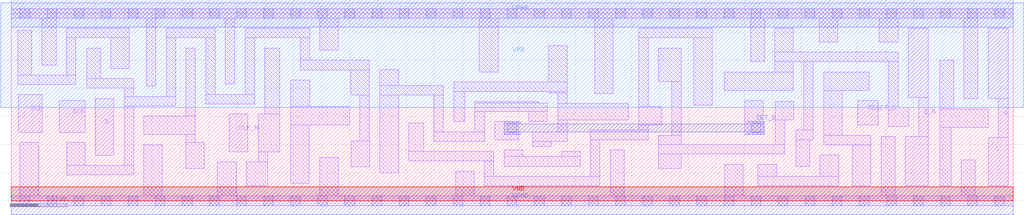
<source format=lef>
# Copyright 2020 The SkyWater PDK Authors
#
# Licensed under the Apache License, Version 2.0 (the "License");
# you may not use this file except in compliance with the License.
# You may obtain a copy of the License at
#
#     https://www.apache.org/licenses/LICENSE-2.0
#
# Unless required by applicable law or agreed to in writing, software
# distributed under the License is distributed on an "AS IS" BASIS,
# WITHOUT WARRANTIES OR CONDITIONS OF ANY KIND, either express or implied.
# See the License for the specific language governing permissions and
# limitations under the License.
#
# SPDX-License-Identifier: Apache-2.0

VERSION 5.7 ;
  NOWIREEXTENSIONATPIN ON ;
  DIVIDERCHAR "/" ;
  BUSBITCHARS "[]" ;
MACRO sky130_fd_sc_lp__sdfbbn_1
  CLASS CORE ;
  FOREIGN sky130_fd_sc_lp__sdfbbn_1 ;
  ORIGIN  0.000000  0.000000 ;
  SIZE  17.76000 BY  3.330000 ;
  SYMMETRY X Y R90 ;
  SITE unit ;
  PIN D
    ANTENNAGATEAREA  0.159000 ;
    DIRECTION INPUT ;
    USE SIGNAL ;
    PORT
      LAYER li1 ;
        RECT 1.490000 0.810000 1.820000 1.820000 ;
    END
  END D
  PIN Q
    ANTENNADIFFAREA  0.598500 ;
    DIRECTION OUTPUT ;
    USE SIGNAL ;
    PORT
      LAYER li1 ;
        RECT 17.315000 0.265000 17.670000 1.125000 ;
        RECT 17.315000 1.815000 17.670000 3.065000 ;
        RECT 17.500000 1.125000 17.670000 1.815000 ;
    END
  END Q
  PIN Q_N
    ANTENNADIFFAREA  0.592200 ;
    DIRECTION OUTPUT ;
    USE SIGNAL ;
    PORT
      LAYER li1 ;
        RECT 15.850000 0.265000 16.255000 1.145000 ;
        RECT 15.900000 1.835000 16.255000 3.065000 ;
        RECT 16.085000 1.145000 16.255000 1.835000 ;
    END
  END Q_N
  PIN RESET_B
    ANTENNAGATEAREA  0.159000 ;
    DIRECTION INPUT ;
    USE SIGNAL ;
    PORT
      LAYER li1 ;
        RECT 15.005000 1.345000 15.365000 1.780000 ;
    END
  END RESET_B
  PIN SCD
    ANTENNAGATEAREA  0.159000 ;
    DIRECTION INPUT ;
    USE SIGNAL ;
    PORT
      LAYER li1 ;
        RECT 0.125000 1.215000 0.550000 1.885000 ;
    END
  END SCD
  PIN SCE
    ANTENNAGATEAREA  0.318000 ;
    DIRECTION INPUT ;
    USE SIGNAL ;
    PORT
      LAYER li1 ;
        RECT 0.850000 1.215000 1.310000 1.780000 ;
    END
  END SCE
  PIN SET_B
    ANTENNAGATEAREA  0.444000 ;
    DIRECTION INPUT ;
    USE SIGNAL ;
    PORT
      LAYER met1 ;
        RECT  8.735000 1.180000  9.025000 1.225000 ;
        RECT  8.735000 1.225000 13.345000 1.365000 ;
        RECT  8.735000 1.365000  9.025000 1.410000 ;
        RECT 13.055000 1.180000 13.345000 1.225000 ;
        RECT 13.055000 1.365000 13.345000 1.410000 ;
    END
  END SET_B
  PIN CLK_N
    ANTENNAGATEAREA  0.159000 ;
    DIRECTION INPUT ;
    USE CLOCK ;
    PORT
      LAYER li1 ;
        RECT 3.860000 0.870000 4.195000 1.540000 ;
    END
  END CLK_N
  PIN VGND
    DIRECTION INOUT ;
    USE GROUND ;
    PORT
      LAYER met1 ;
        RECT 0.000000 -0.245000 17.760000 0.245000 ;
    END
  END VGND
  PIN VNB
    DIRECTION INOUT ;
    USE GROUND ;
    PORT
      LAYER pwell ;
        RECT 0.000000 0.000000 17.760000 0.245000 ;
    END
  END VNB
  PIN VPB
    DIRECTION INOUT ;
    USE POWER ;
    PORT
      LAYER nwell ;
        RECT -0.190000 1.655000 17.950000 3.520000 ;
    END
  END VPB
  PIN VPWR
    DIRECTION INOUT ;
    USE POWER ;
    PORT
      LAYER met1 ;
        RECT 0.000000 3.085000 17.760000 3.575000 ;
    END
  END VPWR
  OBS
    LAYER li1 ;
      RECT  0.000000 -0.085000 17.760000 0.085000 ;
      RECT  0.000000  3.245000 17.760000 3.415000 ;
      RECT  0.115000  2.065000  1.145000 2.235000 ;
      RECT  0.115000  2.235000  0.365000 3.030000 ;
      RECT  0.155000  0.085000  0.485000 1.035000 ;
      RECT  0.545000  2.415000  0.795000 3.245000 ;
      RECT  0.975000  2.235000  1.145000 2.895000 ;
      RECT  0.975000  2.895000  2.095000 3.065000 ;
      RECT  0.980000  0.460000  2.170000 0.630000 ;
      RECT  0.980000  0.630000  1.310000 1.035000 ;
      RECT  1.335000  2.000000  2.170000 2.170000 ;
      RECT  1.335000  2.170000  1.585000 2.715000 ;
      RECT  1.765000  2.350000  2.095000 2.895000 ;
      RECT  2.000000  0.630000  2.170000 1.685000 ;
      RECT  2.000000  1.685000  2.915000 1.855000 ;
      RECT  2.000000  1.855000  2.170000 2.000000 ;
      RECT  2.350000  0.085000  2.680000 0.995000 ;
      RECT  2.350000  1.175000  3.265000 1.505000 ;
      RECT  2.395000  2.035000  2.565000 3.245000 ;
      RECT  2.745000  1.855000  2.915000 2.895000 ;
      RECT  2.745000  2.895000  3.615000 3.065000 ;
      RECT  3.095000  0.575000  3.425000 1.035000 ;
      RECT  3.095000  1.035000  3.265000 1.175000 ;
      RECT  3.095000  1.505000  3.265000 2.715000 ;
      RECT  3.445000  1.720000  4.315000 1.890000 ;
      RECT  3.445000  1.890000  3.615000 2.895000 ;
      RECT  3.655000  0.085000  3.985000 0.690000 ;
      RECT  3.795000  2.070000  3.965000 3.245000 ;
      RECT  4.145000  1.890000  4.315000 2.895000 ;
      RECT  4.145000  2.895000  5.290000 3.065000 ;
      RECT  4.165000  0.265000  4.545000 0.690000 ;
      RECT  4.375000  0.690000  4.545000 0.870000 ;
      RECT  4.375000  0.870000  4.760000 1.540000 ;
      RECT  4.495000  1.540000  4.760000 2.715000 ;
      RECT  4.955000  0.310000  5.285000 1.345000 ;
      RECT  4.955000  1.345000  6.000000 1.675000 ;
      RECT  4.955000  1.675000  5.295000 2.145000 ;
      RECT  5.120000  2.325000  6.350000 2.495000 ;
      RECT  5.120000  2.495000  5.290000 2.895000 ;
      RECT  5.465000  0.085000  5.795000 0.770000 ;
      RECT  5.470000  2.675000  5.800000 3.245000 ;
      RECT  6.020000  1.875000  6.350000 2.325000 ;
      RECT  6.025000  0.605000  6.355000 1.065000 ;
      RECT  6.180000  1.065000  6.350000 1.875000 ;
      RECT  6.530000  1.875000  7.660000 2.045000 ;
      RECT  6.530000  2.045000  6.865000 2.335000 ;
      RECT  6.535000  0.500000  6.865000 1.875000 ;
      RECT  7.045000  0.705000  8.555000 0.875000 ;
      RECT  7.045000  0.875000  7.310000 1.380000 ;
      RECT  7.490000  1.055000  8.390000 1.225000 ;
      RECT  7.490000  1.225000  7.660000 1.875000 ;
      RECT  7.840000  1.405000  8.040000 1.940000 ;
      RECT  7.840000  1.940000  9.855000 2.110000 ;
      RECT  7.875000  0.085000  8.205000 0.525000 ;
      RECT  8.220000  1.225000  8.390000 1.590000 ;
      RECT  8.220000  1.590000  9.505000 1.735000 ;
      RECT  8.220000  1.735000  9.345000 1.760000 ;
      RECT  8.300000  2.290000  8.630000 3.245000 ;
      RECT  8.385000  0.265000 10.435000 0.435000 ;
      RECT  8.385000  0.435000  8.555000 0.705000 ;
      RECT  8.570000  1.080000  8.995000 1.410000 ;
      RECT  8.735000  0.615000 10.085000 0.785000 ;
      RECT  8.735000  0.785000  9.065000 0.900000 ;
      RECT  9.175000  1.405000  9.505000 1.590000 ;
      RECT  9.245000  0.965000  9.575000 1.055000 ;
      RECT  9.245000  1.055000  9.855000 1.225000 ;
      RECT  9.525000  1.915000  9.855000 1.940000 ;
      RECT  9.525000  2.110000  9.855000 2.755000 ;
      RECT  9.685000  1.225000  9.855000 1.435000 ;
      RECT  9.685000  1.435000 10.940000 1.725000 ;
      RECT  9.685000  1.725000  9.855000 1.915000 ;
      RECT  9.755000  0.785000 10.085000 0.875000 ;
      RECT 10.265000  0.435000 10.435000 1.085000 ;
      RECT 10.265000  1.085000 11.290000 1.255000 ;
      RECT 10.345000  1.905000 10.675000 3.245000 ;
      RECT 10.615000  0.085000 10.865000 0.905000 ;
      RECT 11.120000  1.255000 11.290000 1.345000 ;
      RECT 11.120000  1.345000 11.530000 1.675000 ;
      RECT 11.120000  1.675000 11.290000 2.895000 ;
      RECT 11.120000  2.895000 12.430000 3.065000 ;
      RECT 11.470000  0.575000 11.880000 0.830000 ;
      RECT 11.470000  0.830000 13.710000 1.000000 ;
      RECT 11.470000  1.000000 11.880000 1.165000 ;
      RECT 11.470000  2.120000 11.880000 2.715000 ;
      RECT 11.710000  1.165000 11.880000 2.120000 ;
      RECT 12.100000  1.700000 12.430000 2.895000 ;
      RECT 12.640000  1.960000 13.865000 2.290000 ;
      RECT 12.645000  0.085000 12.975000 0.650000 ;
      RECT 13.000000  1.180000 13.330000 1.780000 ;
      RECT 13.105000  2.470000 13.355000 3.245000 ;
      RECT 13.235000  0.265000 14.665000 0.435000 ;
      RECT 13.235000  0.435000 13.565000 0.650000 ;
      RECT 13.535000  2.290000 13.865000 2.470000 ;
      RECT 13.535000  2.470000 15.720000 2.640000 ;
      RECT 13.535000  2.640000 13.865000 3.065000 ;
      RECT 13.540000  1.000000 13.710000 1.435000 ;
      RECT 13.540000  1.435000 13.870000 1.765000 ;
      RECT 13.905000  0.615000 14.155000 1.085000 ;
      RECT 13.905000  1.085000 14.220000 1.255000 ;
      RECT 14.050000  1.255000 14.220000 2.470000 ;
      RECT 14.325000  2.820000 14.655000 3.245000 ;
      RECT 14.335000  0.435000 14.665000 0.815000 ;
      RECT 14.400000  0.995000 15.240000 1.165000 ;
      RECT 14.400000  1.165000 14.730000 1.960000 ;
      RECT 14.400000  1.960000 15.210000 2.290000 ;
      RECT 14.910000  0.265000 15.240000 0.995000 ;
      RECT 15.390000  2.820000 15.720000 3.245000 ;
      RECT 15.420000  0.085000 15.670000 1.145000 ;
      RECT 15.550000  1.325000 15.905000 1.655000 ;
      RECT 15.550000  1.655000 15.720000 2.470000 ;
      RECT 16.455000  0.265000 16.660000 1.305000 ;
      RECT 16.455000  1.305000 17.320000 1.635000 ;
      RECT 16.455000  1.635000 16.705000 2.495000 ;
      RECT 16.840000  0.085000 17.090000 0.725000 ;
      RECT 16.885000  1.815000 17.135000 3.245000 ;
    LAYER mcon ;
      RECT  0.155000 -0.085000  0.325000 0.085000 ;
      RECT  0.155000  3.245000  0.325000 3.415000 ;
      RECT  0.635000 -0.085000  0.805000 0.085000 ;
      RECT  0.635000  3.245000  0.805000 3.415000 ;
      RECT  1.115000 -0.085000  1.285000 0.085000 ;
      RECT  1.115000  3.245000  1.285000 3.415000 ;
      RECT  1.595000 -0.085000  1.765000 0.085000 ;
      RECT  1.595000  3.245000  1.765000 3.415000 ;
      RECT  2.075000 -0.085000  2.245000 0.085000 ;
      RECT  2.075000  3.245000  2.245000 3.415000 ;
      RECT  2.555000 -0.085000  2.725000 0.085000 ;
      RECT  2.555000  3.245000  2.725000 3.415000 ;
      RECT  3.035000 -0.085000  3.205000 0.085000 ;
      RECT  3.035000  3.245000  3.205000 3.415000 ;
      RECT  3.515000 -0.085000  3.685000 0.085000 ;
      RECT  3.515000  3.245000  3.685000 3.415000 ;
      RECT  3.995000 -0.085000  4.165000 0.085000 ;
      RECT  3.995000  3.245000  4.165000 3.415000 ;
      RECT  4.475000 -0.085000  4.645000 0.085000 ;
      RECT  4.475000  3.245000  4.645000 3.415000 ;
      RECT  4.955000 -0.085000  5.125000 0.085000 ;
      RECT  4.955000  3.245000  5.125000 3.415000 ;
      RECT  5.435000 -0.085000  5.605000 0.085000 ;
      RECT  5.435000  3.245000  5.605000 3.415000 ;
      RECT  5.915000 -0.085000  6.085000 0.085000 ;
      RECT  5.915000  3.245000  6.085000 3.415000 ;
      RECT  6.395000 -0.085000  6.565000 0.085000 ;
      RECT  6.395000  3.245000  6.565000 3.415000 ;
      RECT  6.875000 -0.085000  7.045000 0.085000 ;
      RECT  6.875000  3.245000  7.045000 3.415000 ;
      RECT  7.355000 -0.085000  7.525000 0.085000 ;
      RECT  7.355000  3.245000  7.525000 3.415000 ;
      RECT  7.835000 -0.085000  8.005000 0.085000 ;
      RECT  7.835000  3.245000  8.005000 3.415000 ;
      RECT  8.315000 -0.085000  8.485000 0.085000 ;
      RECT  8.315000  3.245000  8.485000 3.415000 ;
      RECT  8.795000 -0.085000  8.965000 0.085000 ;
      RECT  8.795000  1.210000  8.965000 1.380000 ;
      RECT  8.795000  3.245000  8.965000 3.415000 ;
      RECT  9.275000 -0.085000  9.445000 0.085000 ;
      RECT  9.275000  3.245000  9.445000 3.415000 ;
      RECT  9.755000 -0.085000  9.925000 0.085000 ;
      RECT  9.755000  3.245000  9.925000 3.415000 ;
      RECT 10.235000 -0.085000 10.405000 0.085000 ;
      RECT 10.235000  3.245000 10.405000 3.415000 ;
      RECT 10.715000 -0.085000 10.885000 0.085000 ;
      RECT 10.715000  3.245000 10.885000 3.415000 ;
      RECT 11.195000 -0.085000 11.365000 0.085000 ;
      RECT 11.195000  3.245000 11.365000 3.415000 ;
      RECT 11.675000 -0.085000 11.845000 0.085000 ;
      RECT 11.675000  3.245000 11.845000 3.415000 ;
      RECT 12.155000 -0.085000 12.325000 0.085000 ;
      RECT 12.155000  3.245000 12.325000 3.415000 ;
      RECT 12.635000 -0.085000 12.805000 0.085000 ;
      RECT 12.635000  3.245000 12.805000 3.415000 ;
      RECT 13.115000 -0.085000 13.285000 0.085000 ;
      RECT 13.115000  1.210000 13.285000 1.380000 ;
      RECT 13.115000  3.245000 13.285000 3.415000 ;
      RECT 13.595000 -0.085000 13.765000 0.085000 ;
      RECT 13.595000  3.245000 13.765000 3.415000 ;
      RECT 14.075000 -0.085000 14.245000 0.085000 ;
      RECT 14.075000  3.245000 14.245000 3.415000 ;
      RECT 14.555000 -0.085000 14.725000 0.085000 ;
      RECT 14.555000  3.245000 14.725000 3.415000 ;
      RECT 15.035000 -0.085000 15.205000 0.085000 ;
      RECT 15.035000  3.245000 15.205000 3.415000 ;
      RECT 15.515000 -0.085000 15.685000 0.085000 ;
      RECT 15.515000  3.245000 15.685000 3.415000 ;
      RECT 15.995000 -0.085000 16.165000 0.085000 ;
      RECT 15.995000  3.245000 16.165000 3.415000 ;
      RECT 16.475000 -0.085000 16.645000 0.085000 ;
      RECT 16.475000  3.245000 16.645000 3.415000 ;
      RECT 16.955000 -0.085000 17.125000 0.085000 ;
      RECT 16.955000  3.245000 17.125000 3.415000 ;
      RECT 17.435000 -0.085000 17.605000 0.085000 ;
      RECT 17.435000  3.245000 17.605000 3.415000 ;
  END
END sky130_fd_sc_lp__sdfbbn_1
END LIBRARY

</source>
